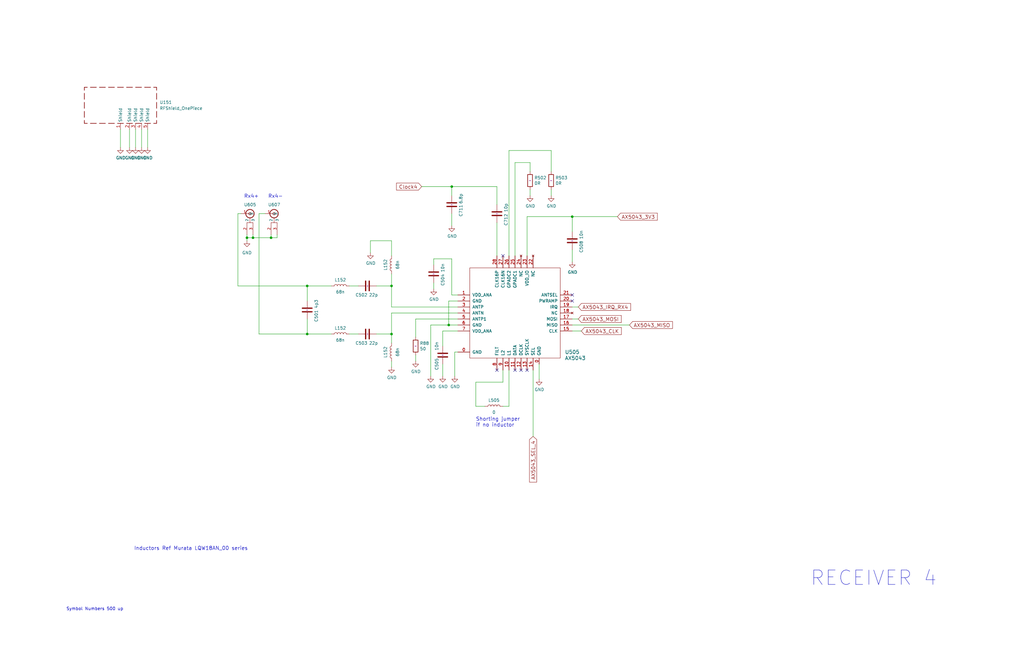
<source format=kicad_sch>
(kicad_sch (version 20230121) (generator eeschema)
  (paper "USLedger")
  (title_block (title "Radiation Tolerant PacSat Communication") (date "2023-06-17") (rev "A") (company "AMSAT-NA") (comment 1 "N5BRG"))
  (lib_symbols
    (symbol "Device:C" (pin_numbers hide) (pin_names (offset 0.254))
      (property "Reference" "C" (at 0.635 2.54 0))
      (property "Value" "C" (at 0.635 -2.54 0))
      (symbol "C_0_1"
        (polyline (pts (xy -2.032 -0.762) (xy 2.032 -0.762)) (stroke (width 0.508)))
        (polyline (pts (xy -2.032 0.762) (xy 2.032 0.762)) (stroke (width 0.508)))
      )
      (symbol "C_1_1"
        (pin passive line (at 0 3.81 270) (length 2.794) (name "~") (number "1"))
        (pin passive line (at 0 -3.81 90) (length 2.794) (name "~") (number "2"))
      )
    )
    (symbol "Device:L" (pin_numbers hide) (pin_names (offset 1.016) hide)
      (property "Reference" "L" (at -1.27 0 90))
      (property "Value" "L" (at 1.905 0 90))
      (symbol "L_0_1"
        (arc (start 0 -2.54) (mid 0.6323 -1.905) (end 0 -1.27))
        (arc (start 0 -1.27) (mid 0.6323 -0.635) (end 0 0))
        (arc (start 0 0) (mid 0.6323 0.635) (end 0 1.27))
        (arc (start 0 1.27) (mid 0.6323 1.905) (end 0 2.54))
      )
      (symbol "L_1_1"
        (pin passive line (at 0 3.81 270) (length 1.27) (name "1") (number "1"))
        (pin passive line (at 0 -3.81 90) (length 1.27) (name "2") (number "2"))
      )
    )
    (symbol "Device:R" (pin_numbers hide) (pin_names (offset 0))
      (property "Reference" "R" (at 2.032 0 90))
      (property "Value" "R" (at 0 0 90))
      (symbol "R_0_1"
        (rectangle (start -1.016 -2.54) (end 1.016 2.54) (stroke (width 0.254)))
      )
      (symbol "R_1_1"
        (pin passive line (at 0 3.81 270) (length 1.27) (name "~") (number "1"))
        (pin passive line (at 0 -3.81 90) (length 1.27) (name "~") (number "2"))
      )
    )
    (symbol "PACSAT_DEV_misc:AX5043" (pin_names (offset 1.016))
      (property "Reference" "U156" (at 16.51 -21.59 0))
      (property "Value" "AX5043" (at -5.08 0 0))
      (symbol "AX5043_0_1"
        (rectangle (start -19.05 19.05) (end 19.05 -19.05))
      )
      (symbol "AX5043_1_1"
        (pin passive line (at -24.13 -16.51 0) (length 5.08) (name "GND") (number "0"))
        (pin power_in line (at 10.16 -21.59 90) (length 2.54) (name "GND") (number "0"))
        (pin passive line (at -24.13 7.62 0) (length 5.08) (name "VDD_ANA") (number "1"))
        (pin passive line (at -2.54 -24.13 90) (length 5.08) (name "L1") (number "10"))
        (pin input line (at 0 -24.13 90) (length 5.08) (name "DATA") (number "11"))
        (pin input line (at 2.54 -24.13 90) (length 5.08) (name "DCLK") (number "12"))
        (pin output line (at 5.08 -24.13 90) (length 5.08) (name "SYSCLK") (number "13"))
        (pin input line (at 7.62 -24.13 90) (length 5.08) (name "SEL") (number "14"))
        (pin input line (at 24.13 -7.62 180) (length 5.08) (name "CLK") (number "15"))
        (pin tri_state line (at 24.13 -5.08 180) (length 5.08) (name "MISO") (number "16"))
        (pin input line (at 24.13 -2.54 180) (length 5.08) (name "MOSI") (number "17"))
        (pin no_connect line (at 24.13 0 180) (length 5.08) (name "NC") (number "18"))
        (pin output line (at 24.13 2.54 180) (length 5.08) (name "IRQ") (number "19"))
        (pin input line (at -24.13 5.08 0) (length 5.08) (name "GND") (number "2"))
        (pin output line (at 24.13 5.08 180) (length 5.08) (name "PWRAMP") (number "20"))
        (pin output line (at 24.13 7.62 180) (length 5.08) (name "ANTSEL") (number "21"))
        (pin no_connect line (at 7.62 24.13 270) (length 5.08) (name "NC") (number "22"))
        (pin passive line (at 5.08 24.13 270) (length 5.08) (name "VDD_IO") (number "23"))
        (pin no_connect line (at 2.54 24.13 270) (length 5.08) (name "NC") (number "24"))
        (pin input line (at 0 24.13 270) (length 5.08) (name "GPADC1") (number "25"))
        (pin input line (at -2.54 24.13 270) (length 5.08) (name "GPADC2") (number "26"))
        (pin passive line (at -5.08 24.13 270) (length 5.08) (name "CLK16N") (number "27"))
        (pin passive line (at -7.62 24.13 270) (length 5.08) (name "CLK16P") (number "28"))
        (pin bidirectional line (at -24.13 2.54 0) (length 5.08) (name "ANTP") (number "3"))
        (pin bidirectional line (at -24.13 0 0) (length 5.08) (name "ANTN") (number "4"))
        (pin output line (at -24.13 -2.54 0) (length 5.08) (name "ANTP1") (number "5"))
        (pin input line (at -24.13 -5.08 0) (length 5.08) (name "GND") (number "6"))
        (pin passive line (at -24.13 -7.62 0) (length 5.08) (name "VDD_ANA") (number "7"))
        (pin passive line (at -7.62 -24.13 90) (length 5.08) (name "FILT") (number "8"))
        (pin passive line (at -5.08 -24.13 90) (length 5.08) (name "L2") (number "9"))
      )
    )
    (symbol "PACSAT_DEV_misc:RF_SHIELD_BOX"
      (property "Reference" "U" (at -15.24 8.89 0))
      (symbol "RF_SHIELD_BOX_0_1"
        (polyline (pts (xy -16.51 -5.08) (xy -16.51 -2.54)) (stroke (width 0.254)))
        (polyline (pts (xy -16.51 -1.27) (xy -16.51 1.27)) (stroke (width 0.254)))
        (polyline (pts (xy -16.51 2.54) (xy -16.51 5.08)) (stroke (width 0.254)))
        (polyline (pts (xy -13.97 7.62) (xy -11.43 7.62)) (stroke (width 0.254)))
        (polyline (pts (xy -11.43 -7.62) (xy -13.97 -7.62)) (stroke (width 0.254)))
        (polyline (pts (xy -7.62 -7.62) (xy -10.16 -7.62)) (stroke (width 0.254)))
        (polyline (pts (xy -7.62 7.62) (xy -10.16 7.62)) (stroke (width 0.254)))
        (polyline (pts (xy -3.81 -7.62) (xy -6.35 -7.62)) (stroke (width 0.254)))
        (polyline (pts (xy -3.81 7.62) (xy -6.35 7.62)) (stroke (width 0.254)))
        (polyline (pts (xy -2.54 -7.62) (xy 0 -7.62)) (stroke (width 0.254)))
        (polyline (pts (xy 0 7.62) (xy -2.54 7.62)) (stroke (width 0.254)))
        (polyline (pts (xy 1.27 -7.62) (xy 3.81 -7.62)) (stroke (width 0.254)))
        (polyline (pts (xy 3.81 7.62) (xy 1.27 7.62)) (stroke (width 0.254)))
        (polyline (pts (xy 5.08 -7.62) (xy 7.62 -7.62)) (stroke (width 0.254)))
        (polyline (pts (xy 7.62 7.62) (xy 5.08 7.62)) (stroke (width 0.254)))
        (polyline (pts (xy 8.89 -7.62) (xy 11.43 -7.62)) (stroke (width 0.254)))
        (polyline (pts (xy 11.43 7.62) (xy 8.89 7.62)) (stroke (width 0.254)))
        (polyline (pts (xy 13.97 -5.08) (xy 13.97 -2.54)) (stroke (width 0.254)))
        (polyline (pts (xy 13.97 -1.27) (xy 13.97 1.27)) (stroke (width 0.254)))
        (polyline (pts (xy 13.97 2.54) (xy 13.97 5.08)) (stroke (width 0.254)))
        (polyline (pts (xy -16.51 6.35) (xy -16.51 7.62) (xy -15.24 7.62)) (stroke (width 0.254)))
        (polyline (pts (xy -15.24 -7.62) (xy -16.51 -7.62) (xy -16.51 -6.35)) (stroke (width 0.254)))
        (polyline (pts (xy 12.7 -7.62) (xy 13.97 -7.62) (xy 13.97 -6.35)) (stroke (width 0.254)))
        (polyline (pts (xy 13.97 6.35) (xy 13.97 7.62) (xy 12.7 7.62)) (stroke (width 0.254)))
      )
      (symbol "RF_SHIELD_BOX_1_1"
        (pin power_in line (at -1.27 -10.16 90) (length 2.54) (name "Shield") (number "1"))
        (pin power_in line (at 2.54 -10.16 90) (length 2.54) (name "Shield") (number "2"))
        (pin power_in line (at 5.08 -10.16 90) (length 2.54) (name "Shield") (number "3"))
        (pin power_in line (at 7.62 -10.16 90) (length 2.54) (name "Shield") (number "4"))
        (pin power_in line (at 10.16 -10.16 90) (length 2.54) (name "Shield") (number "5"))
      )
    )
    (symbol "PACSAT_DEV_misc:U_FL"
      (property "Reference" "U" (at -3.81 2.54 0))
      (symbol "U_FL_0_1"
        (polyline (pts (xy -1.27 -3.81) (xy 1.27 -3.81)))
        (polyline (pts (xy 0 -3.81) (xy 0 -1.778)))
        (circle (center 0 0) (radius 0.508) (stroke (width 0.2032)))
        (circle (center 0 0) (radius 1.778) (stroke (width 0.3048)))
      )
      (symbol "U_FL_1_1"
        (pin bidirectional line (at -3.81 0 0) (length 3.302) (name "In") (number "1"))
        (pin power_in line (at -1.27 -8.89 90) (length 5.08) (name "2") (number "2"))
        (pin power_in line (at 1.27 -8.89 90) (length 5.08) (name "3") (number "3"))
      )
    )
    (symbol "power:GND" (power) (pin_names (offset 0))
      (property "Value" "GND" (at 0 -3.81 0))
      (symbol "GND_0_1"
        (polyline (pts (xy 0 0) (xy 0 -1.27) (xy 1.27 -1.27) (xy 0 -2.54) (xy -1.27 -1.27) (xy 0 -1.27)))
      )
      (symbol "GND_1_1"
        (pin power_in line (at 0 0 270) (length 0) hide (name "GND") (number "1"))
      )
    )
  )
  (junction (at 104.14 100.33))
  (junction (at 189.23 137.16))
  (junction (at 129.54 120.65))
  (junction (at 106.68 100.33))
  (junction (at 129.54 140.97))
  (junction (at 165.1 120.65))
  (junction (at 114.3 100.33))
  (junction (at 165.1 140.97))
  (junction (at 190.5 78.74))
  (junction (at 241.3 91.44))
  (no_connect (at 219.71 156.21))
  (no_connect (at 209.55 156.21))
  (no_connect (at 212.09 107.95))
  (no_connect (at 241.3 124.46))
  (no_connect (at 222.25 156.21))
  (no_connect (at 217.17 156.21))
  (no_connect (at 241.3 127))
  (wire (pts (xy 217.17 68.58) (xy 223.52 68.58)))
  (wire (pts (xy 190.5 109.22) (xy 182.88 109.22)))
  (wire (pts (xy 189.23 137.16) (xy 193.04 137.16)))
  (wire (pts (xy 241.3 91.44) (xy 260.35 91.44)))
  (wire (pts (xy 165.1 107.95) (xy 165.1 101.6)))
  (wire (pts (xy 175.26 134.62) (xy 193.04 134.62)))
  (wire (pts (xy 104.14 100.33) (xy 106.68 100.33)))
  (wire (pts (xy 232.41 63.5) (xy 232.41 72.39)))
  (wire (pts (xy 129.54 134.62) (xy 129.54 140.97)))
  (wire (pts (xy 212.09 171.45) (xy 214.63 171.45)))
  (wire (pts (xy 129.54 120.65) (xy 129.54 127)))
  (wire (pts (xy 50.8 54.61) (xy 50.8 62.23)))
  (wire (pts (xy 129.54 120.65) (xy 139.7 120.65)))
  (wire (pts (xy 177.8 78.74) (xy 190.5 78.74)))
  (wire (pts (xy 190.5 124.46) (xy 190.5 109.22)))
  (wire (pts (xy 209.55 93.98) (xy 209.55 107.95)))
  (wire (pts (xy 109.22 140.97) (xy 129.54 140.97)))
  (wire (pts (xy 100.33 90.17) (xy 100.33 120.65)))
  (wire (pts (xy 106.68 99.06) (xy 106.68 100.33)))
  (wire (pts (xy 147.32 140.97) (xy 151.13 140.97)))
  (wire (pts (xy 227.33 153.67) (xy 227.33 160.02)))
  (wire (pts (xy 212.09 161.29) (xy 200.66 161.29)))
  (wire (pts (xy 182.88 109.22) (xy 182.88 111.76)))
  (wire (pts (xy 241.3 97.79) (xy 241.3 91.44)))
  (wire (pts (xy 182.88 119.38) (xy 182.88 121.92)))
  (wire (pts (xy 104.14 99.06) (xy 104.14 100.33)))
  (wire (pts (xy 165.1 140.97) (xy 165.1 132.08)))
  (wire (pts (xy 165.1 140.97) (xy 165.1 144.78)))
  (wire (pts (xy 217.17 68.58) (xy 217.17 107.95)))
  (wire (pts (xy 100.33 120.65) (xy 129.54 120.65)))
  (wire (pts (xy 106.68 100.33) (xy 114.3 100.33)))
  (wire (pts (xy 181.61 137.16) (xy 189.23 137.16)))
  (wire (pts (xy 214.63 156.21) (xy 214.63 171.45)))
  (wire (pts (xy 116.84 99.06) (xy 116.84 100.33)))
  (wire (pts (xy 158.75 140.97) (xy 165.1 140.97)))
  (wire (pts (xy 57.15 54.61) (xy 57.15 62.23)))
  (wire (pts (xy 191.77 148.59) (xy 191.77 158.75)))
  (wire (pts (xy 54.61 54.61) (xy 54.61 62.23)))
  (wire (pts (xy 200.66 161.29) (xy 200.66 171.45)))
  (wire (pts (xy 193.04 127) (xy 189.23 127)))
  (wire (pts (xy 222.25 91.44) (xy 241.3 91.44)))
  (wire (pts (xy 59.69 54.61) (xy 59.69 62.23)))
  (wire (pts (xy 114.3 100.33) (xy 116.84 100.33)))
  (wire (pts (xy 232.41 80.01) (xy 232.41 82.55)))
  (wire (pts (xy 241.3 129.54) (xy 243.84 129.54)))
  (wire (pts (xy 165.1 152.4) (xy 165.1 154.94)))
  (wire (pts (xy 241.3 134.62) (xy 243.84 134.62)))
  (wire (pts (xy 156.21 101.6) (xy 156.21 106.68)))
  (wire (pts (xy 224.79 156.21) (xy 224.79 184.15)))
  (wire (pts (xy 223.52 80.01) (xy 223.52 82.55)))
  (wire (pts (xy 165.1 120.65) (xy 165.1 129.54)))
  (wire (pts (xy 165.1 115.57) (xy 165.1 120.65)))
  (wire (pts (xy 165.1 129.54) (xy 193.04 129.54)))
  (wire (pts (xy 101.6 90.17) (xy 100.33 90.17)))
  (wire (pts (xy 241.3 105.41) (xy 241.3 110.49)))
  (wire (pts (xy 147.32 120.65) (xy 151.13 120.65)))
  (wire (pts (xy 186.69 139.7) (xy 186.69 146.05)))
  (wire (pts (xy 193.04 148.59) (xy 191.77 148.59)))
  (wire (pts (xy 190.5 78.74) (xy 190.5 82.55)))
  (wire (pts (xy 214.63 63.5) (xy 232.41 63.5)))
  (wire (pts (xy 129.54 140.97) (xy 139.7 140.97)))
  (wire (pts (xy 114.3 99.06) (xy 114.3 100.33)))
  (wire (pts (xy 222.25 107.95) (xy 222.25 91.44)))
  (wire (pts (xy 190.5 90.17) (xy 190.5 95.25)))
  (wire (pts (xy 62.23 54.61) (xy 62.23 62.23)))
  (wire (pts (xy 193.04 124.46) (xy 190.5 124.46)))
  (wire (pts (xy 209.55 78.74) (xy 209.55 86.36)))
  (wire (pts (xy 181.61 158.75) (xy 181.61 137.16)))
  (wire (pts (xy 200.66 171.45) (xy 204.47 171.45)))
  (wire (pts (xy 158.75 120.65) (xy 165.1 120.65)))
  (wire (pts (xy 241.3 139.7) (xy 245.11 139.7)))
  (wire (pts (xy 241.3 137.16) (xy 265.43 137.16)))
  (wire (pts (xy 111.76 90.17) (xy 109.22 90.17)))
  (wire (pts (xy 214.63 63.5) (xy 214.63 107.95)))
  (wire (pts (xy 175.26 134.62) (xy 175.26 142.24)))
  (wire (pts (xy 165.1 101.6) (xy 156.21 101.6)))
  (wire (pts (xy 165.1 132.08) (xy 193.04 132.08)))
  (wire (pts (xy 193.04 139.7) (xy 186.69 139.7)))
  (wire (pts (xy 186.69 153.67) (xy 186.69 158.75)))
  (wire (pts (xy 189.23 127) (xy 189.23 137.16)))
  (wire (pts (xy 104.14 100.33) (xy 104.14 101.6)))
  (wire (pts (xy 209.55 78.74) (xy 190.5 78.74)))
  (wire (pts (xy 212.09 156.21) (xy 212.09 161.29)))
  (wire (pts (xy 223.52 68.58) (xy 223.52 72.39)))
  (wire (pts (xy 175.26 149.86) (xy 175.26 152.4)))
  (wire (pts (xy 109.22 90.17) (xy 109.22 140.97)))
  (text "Symbol Numbers 500 up" (at 27.94 257.81 0) (effects (font (size 1.27 1.27)) (justify left bottom)))
  (text "RECEIVER 4" (at 341.63 247.65 0) (effects (font (size 6.096 6.096)) (justify left bottom)))
  (text "Inductors Ref Murata LQW18AN_00 series" (at 56.515 232.41 0) (effects (font (size 1.524 1.524)) (justify left bottom)))
  (text "Rx4-" (at 113.03 83.82 0) (effects (font (size 1.524 1.524)) (justify left bottom)))
  (text "Shorting jumper\nif no inductor" (at 200.66 180.34 0) (effects (font (size 1.524 1.524)) (justify left bottom)))
  (text "Rx4+" (at 102.87 83.82 0) (effects (font (size 1.524 1.524)) (justify left bottom)))
  (global_label "Clock4" (shape input) (at 177.8 78.74 180) (effects (font (size 1.524 1.524))) (property "Intersheetrefs" "${INTERSHEET_REFS}" (effects hide)))
  (global_label "AX5043_3V3" (shape input) (at 260.35 91.44 0) (effects (font (size 1.524 1.524))) (property "Intersheetrefs" "${INTERSHEET_REFS}" (effects hide)))
  (global_label "AX5043_MISO" (shape input) (at 265.43 137.16 0) (effects (font (size 1.524 1.524))) (property "Intersheetrefs" "${INTERSHEET_REFS}" (effects hide)))
  (global_label "AX5043_IRQ_RX4" (shape input) (at 243.84 129.54 0) (effects (font (size 1.524 1.524))) (property "Intersheetrefs" "${INTERSHEET_REFS}" (effects hide)))
  (global_label "AX5043_SEL_4" (shape input) (at 224.79 184.15 270) (effects (font (size 1.524 1.524))) (property "Intersheetrefs" "${INTERSHEET_REFS}" (effects hide)))
  (global_label "AX5043_CLK" (shape input) (at 245.11 139.7 0) (effects (font (size 1.524 1.524))) (property "Intersheetrefs" "${INTERSHEET_REFS}" (effects hide)))
  (global_label "AX5043_MOSI" (shape input) (at 243.84 134.62 0) (effects (font (size 1.524 1.524))) (property "Intersheetrefs" "${INTERSHEET_REFS}" (effects hide)))
  (symbol (lib_id "power:GND") (at 156.21 106.68 0) (unit 1)
    (property "Reference" "#PWR0503" (effects hide))
    (property "Value" "GND" (at 156.337 111.0742 0))
  )
  (symbol (lib_id "Device:C") (at 129.54 130.81 0) (unit 1)
    (property "Reference" "C501" (at 133.35 133.35 90))
    (property "Value" "4p3" (at 133.35 128.27 90))
    (property "Footprint" "Capacitor_SMD:C_0603_1608Metric_Pad1.08x0.95mm_HandSolder" (effects hide))
    (property "Datasheet" "~" (at 129.54 130.81 0))
  )
  (symbol (lib_id "Device:L") (at 165.1 111.76 180) (unit 1)
    (property "Reference" "L152" (at 162.56 111.76 90))
    (property "Value" "68n" (at 167.64 111.76 90))
    (property "Footprint" "PacSatDev_misc:L_Murata_LQH2MCNxxxx02_2.0x1.6mm" (effects hide))
    (instances (project "PacSat_Dev_RevC_230824" (path "" (reference "L152") (unit 1)) (path "" (reference "L402") (unit 1)) (path "" (reference "L503") (unit 1))))
  )
  (symbol (lib_id "power:GND") (at 227.33 160.02 0) (unit 1)
    (property "Reference" "#PWR0512" (effects hide))
    (property "Value" "GND" (at 227.457 164.4142 0))
  )
  (symbol (lib_id "Device:R") (at 175.26 146.05 0) (unit 1)
    (property "Reference" "R88" (at 177.038 144.8816 0) (effects (justify left)))
    (property "Value" "50" (at 177.038 147.193 0) (effects (justify left)))
    (property "Footprint" "Resistor_SMD:R_0603_1608Metric_Pad0.98x0.95mm_HandSolder" (effects hide))
    (property "Datasheet" "~" (at 175.26 146.05 0))
    (instances (project "PacSat_Dev_RevC_230824" (path "" (reference "R88") (unit 1)) (path "" (reference "R501") (unit 1))))
  )
  (symbol (lib_id "Device:L") (at 208.28 171.45 90) (unit 1)
    (property "Reference" "L505" (at 208.28 168.91 90))
    (property "Value" "0" (at 208.28 173.99 90))
    (property "Footprint" "PacSatDev_misc:L_Murata_LQH2MCNxxxx02_2.0x1.6mm" (effects hide))
  )
  (symbol (lib_id "Device:C") (at 190.5 86.36 0) (unit 1)
    (property "Reference" "C711" (at 194.31 88.9 90))
    (property "Value" "6.8p" (at 194.31 83.82 90))
    (property "Footprint" "Capacitor_SMD:C_0603_1608Metric_Pad1.08x0.95mm_HandSolder" (effects hide))
    (property "Datasheet" "~" (at 190.5 86.36 0))
    (instances (project "PacSat_Dev_RevC_230824" (path "" (reference "C711") (unit 1)) (path "" (reference "C506") (unit 1))))
  )
  (symbol (lib_id "Device:C") (at 209.55 90.17 0) (unit 1)
    (property "Reference" "C712" (at 213.36 92.71 90))
    (property "Value" "10p" (at 213.36 87.63 90))
    (property "Footprint" "Capacitor_SMD:C_0603_1608Metric_Pad1.08x0.95mm_HandSolder" (effects hide))
    (property "Datasheet" "~" (at 209.55 90.17 0))
    (instances (project "PacSat_Dev_RevC_230824" (path "" (reference "C712") (unit 1)) (path "" (reference "C507") (unit 1))))
  )
  (symbol (lib_id "Device:C") (at 154.94 120.65 270) (unit 1)
    (property "Reference" "C502" (at 152.4 124.46 90))
    (property "Value" "22p" (at 157.48 124.46 90))
    (property "Footprint" "Capacitor_SMD:C_0603_1608Metric_Pad1.08x0.95mm_HandSolder" (effects hide))
    (property "Datasheet" "~" (at 154.94 120.65 0))
  )
  (symbol (lib_id "power:GND") (at 50.8 62.23 0) (unit 1)
    (property "Reference" "#PWR0161" (effects hide))
    (property "Value" "GND" (at 50.927 66.6242 0))
    (instances (project "PacSat_Dev_RevC_230824" (path "" (reference "#PWR0161") (unit 1)) (path "" (reference "#PWR0730") (unit 1))))
  )
  (symbol (lib_id "power:GND") (at 104.14 101.6 0) (unit 1)
    (property "Reference" "#PWR0614" (effects hide))
    (property "Value" "GND" (at 104.14 106.68 0))
    (instances (project "PacSat_Dev_RevC_230824" (path "" (reference "#PWR0614") (unit 1)) (path "" (reference "#PWR0502") (unit 1))))
  )
  (symbol (lib_id "power:GND") (at 165.1 154.94 0) (unit 1)
    (property "Reference" "#PWR0504" (effects hide))
    (property "Value" "GND" (at 165.227 159.3342 0))
  )
  (symbol (lib_id "Device:L") (at 143.51 140.97 90) (unit 1)
    (property "Reference" "L152" (at 143.51 138.43 90))
    (property "Value" "68n" (at 143.51 143.51 90))
    (property "Footprint" "PacSatDev_misc:L_Murata_LQH2MCNxxxx02_2.0x1.6mm" (effects hide))
    (instances (project "PacSat_Dev_RevC_230824" (path "" (reference "L152") (unit 1)) (path "" (reference "L402") (unit 1)) (path "" (reference "L502") (unit 1))))
  )
  (symbol (lib_id "power:GND") (at 182.88 121.92 0) (unit 1)
    (property "Reference" "#PWR0507" (effects hide))
    (property "Value" "GND" (at 183.007 126.3142 0))
  )
  (symbol (lib_id "power:GND") (at 175.26 152.4 0) (unit 1)
    (property "Reference" "#PWR0191" (effects hide))
    (property "Value" "GND" (at 175.387 156.7942 0))
    (instances (project "PacSat_Dev_RevC_230824" (path "" (reference "#PWR0191") (unit 1)) (path "" (reference "#PWR0505") (unit 1))))
  )
  (symbol (lib_id "Device:L") (at 165.1 148.59 180) (unit 1)
    (property "Reference" "L152" (at 162.56 148.59 90))
    (property "Value" "68n" (at 167.64 148.59 90))
    (property "Footprint" "PacSatDev_misc:L_Murata_LQH2MCNxxxx02_2.0x1.6mm" (effects hide))
    (instances (project "PacSat_Dev_RevC_230824" (path "" (reference "L152") (unit 1)) (path "" (reference "L402") (unit 1)) (path "" (reference "L504") (unit 1))))
  )
  (symbol (lib_id "power:GND") (at 190.5 95.25 0) (unit 1)
    (property "Reference" "#PWR0735" (effects hide))
    (property "Value" "GND" (at 190.627 99.6442 0))
    (instances (project "PacSat_Dev_RevC_230824" (path "" (reference "#PWR0735") (unit 1)) (path "" (reference "#PWR0509") (unit 1))))
  )
  (symbol (lib_id "power:GND") (at 223.52 82.55 0) (unit 1)
    (property "Reference" "#PWR0511" (effects hide))
    (property "Value" "GND" (at 223.647 86.9442 0))
  )
  (symbol (lib_id "PACSAT_DEV_misc:U_FL") (at 105.41 90.17 0) (unit 1)
    (property "Reference" "U605" (at 102.87 86.36 0) (effects (justify left)))
    (property "Value" "~" (at 105.41 90.17 0))
    (property "Footprint" "PacSatDev_misc:U_FL" (effects hide))
    (instances (project "PacSat_Dev_RevC_230824" (path "" (reference "U605") (unit 1)) (path "" (reference "U507") (unit 1))))
  )
  (symbol (lib_id "Device:C") (at 154.94 140.97 270) (unit 1)
    (property "Reference" "C503" (at 152.4 144.78 90))
    (property "Value" "22p" (at 157.48 144.78 90))
    (property "Footprint" "Capacitor_SMD:C_0603_1608Metric_Pad1.08x0.95mm_HandSolder" (effects hide))
    (property "Datasheet" "~" (at 154.94 140.97 0))
  )
  (symbol (lib_id "power:GND") (at 181.61 158.75 0) (unit 1)
    (property "Reference" "#PWR0506" (effects hide))
    (property "Value" "GND" (at 181.737 163.1442 0))
  )
  (symbol (lib_id "power:GND") (at 57.15 62.23 0) (unit 1)
    (property "Reference" "#PWR0161" (effects hide))
    (property "Value" "GND" (at 57.277 66.6242 0))
    (instances (project "PacSat_Dev_RevC_230824" (path "" (reference "#PWR0161") (unit 1)) (path "" (reference "#PWR0620") (unit 1))))
  )
  (symbol (lib_id "power:GND") (at 59.69 62.23 0) (unit 1)
    (property "Reference" "#PWR0161" (effects hide))
    (property "Value" "GND" (at 59.817 66.6242 0))
    (instances (project "PacSat_Dev_RevC_230824" (path "" (reference "#PWR0161") (unit 1)) (path "" (reference "#PWR0733") (unit 1))))
  )
  (symbol (lib_id "Device:C") (at 182.88 115.57 0) (unit 1)
    (property "Reference" "C504" (at 186.69 118.11 90))
    (property "Value" "10n" (at 186.69 113.03 90))
    (property "Footprint" "Capacitor_SMD:C_0603_1608Metric_Pad1.08x0.95mm_HandSolder" (effects hide))
    (property "Datasheet" "~" (at 182.88 115.57 0))
  )
  (symbol (lib_id "PACSAT_DEV_misc:RF_SHIELD_BOX") (at 52.07 44.45 0) (unit 1)
    (property "Reference" "U151" (at 67.31 43.18 0) (effects (justify left)))
    (property "Value" "RFShield_OnePiece" (at 67.31 45.72 0) (effects (justify left)))
    (property "Footprint" "PacSatDev_misc:RF_SHIELD_BMI_S_202_F_U501" (effects hide))
    (instances (project "PacSat_Dev_RevC_230824" (path "" (reference "U151") (unit 1)) (path "" (reference "U501") (unit 1))))
  )
  (symbol (lib_id "PACSAT_DEV_misc:U_FL") (at 115.57 90.17 0) (unit 1)
    (property "Reference" "U607" (at 113.03 86.36 0) (effects (justify left)))
    (property "Value" "~" (at 115.57 90.17 0))
    (property "Footprint" "PacSatDev_misc:U_FL" (effects hide))
    (instances (project "PacSat_Dev_RevC_230824" (path "" (reference "U607") (unit 1)) (path "" (reference "U506") (unit 1))))
  )
  (symbol (lib_id "power:GND") (at 54.61 62.23 0) (unit 1)
    (property "Reference" "#PWR0161" (effects hide))
    (property "Value" "GND" (at 54.737 66.6242 0))
    (instances (project "PacSat_Dev_RevC_230824" (path "" (reference "#PWR0161") (unit 1)) (path "" (reference "#PWR0731") (unit 1))))
  )
  (symbol (lib_id "power:GND") (at 241.3 110.49 0) (unit 1)
    (property "Reference" "#PWR0514" (effects hide))
    (property "Value" "GND" (at 241.427 114.8842 0))
  )
  (symbol (lib_id "Device:R") (at 232.41 76.2 0) (unit 1)
    (property "Reference" "R503" (at 234.188 75.0316 0) (effects (justify left)))
    (property "Value" "0R" (at 234.188 77.343 0) (effects (justify left)))
    (property "Footprint" "Resistor_SMD:R_0603_1608Metric_Pad0.98x0.95mm_HandSolder" (effects hide))
    (property "Datasheet" "~" (at 232.41 76.2 0))
  )
  (symbol (lib_id "power:GND") (at 232.41 82.55 0) (unit 1)
    (property "Reference" "#PWR0513" (effects hide))
    (property "Value" "GND" (at 232.537 86.9442 0))
  )
  (symbol (lib_id "Device:L") (at 143.51 120.65 90) (unit 1)
    (property "Reference" "L152" (at 143.51 118.11 90))
    (property "Value" "68n" (at 143.51 123.19 90))
    (property "Footprint" "PacSatDev_misc:L_Murata_LQH2MCNxxxx02_2.0x1.6mm" (effects hide))
    (instances (project "PacSat_Dev_RevC_230824" (path "" (reference "L152") (unit 1)) (path "" (reference "L402") (unit 1)) (path "" (reference "L501") (unit 1))))
  )
  (symbol (lib_id "power:GND") (at 186.69 158.75 0) (unit 1)
    (property "Reference" "#PWR0508" (effects hide))
    (property "Value" "GND" (at 186.817 163.1442 0))
  )
  (symbol (lib_id "PACSAT_DEV_misc:AX5043") (at 217.17 132.08 0) (unit 1)
    (property "Reference" "U505" (at 241.3 148.59 0) (effects (font (size 1.524 1.524))))
    (property "Value" "AX5043" (at 242.57 151.13 0) (effects (font (size 1.524 1.524))))
    (property "Footprint" "PacSatDev_onsemi:QFN28" (effects hide))
  )
  (symbol (lib_id "power:GND") (at 191.77 158.75 0) (unit 1)
    (property "Reference" "#PWR0510" (effects hide))
    (property "Value" "GND" (at 191.897 163.1442 0))
  )
  (symbol (lib_id "Device:C") (at 241.3 101.6 0) (unit 1)
    (property "Reference" "C508" (at 245.11 104.14 90))
    (property "Value" "10n" (at 245.11 99.06 90))
    (property "Footprint" "Capacitor_SMD:C_0603_1608Metric_Pad1.08x0.95mm_HandSolder" (effects hide))
    (property "Datasheet" "~" (at 241.3 101.6 0))
  )
  (symbol (lib_id "power:GND") (at 62.23 62.23 0) (unit 1)
    (property "Reference" "#PWR0161" (effects hide))
    (property "Value" "GND" (at 62.357 66.6242 0))
    (instances (project "PacSat_Dev_RevC_230824" (path "" (reference "#PWR0161") (unit 1)) (path "" (reference "#PWR0732") (unit 1))))
  )
  (symbol (lib_id "Device:R") (at 223.52 76.2 0) (unit 1)
    (property "Reference" "R502" (at 225.298 75.0316 0) (effects (justify left)))
    (property "Value" "0R" (at 225.298 77.343 0) (effects (justify left)))
    (property "Footprint" "Resistor_SMD:R_0603_1608Metric_Pad0.98x0.95mm_HandSolder" (effects hide))
    (property "Datasheet" "~" (at 223.52 76.2 0))
  )
  (symbol (lib_id "Device:C") (at 186.69 149.86 0) (unit 1)
    (property "Reference" "C505" (at 184.15 153.67 90))
    (property "Value" "10n" (at 184.15 146.05 90))
    (property "Footprint" "Capacitor_SMD:C_0603_1608Metric_Pad1.08x0.95mm_HandSolder" (effects hide))
    (property "Datasheet" "~" (at 186.69 149.86 0))
  )
)
</source>
